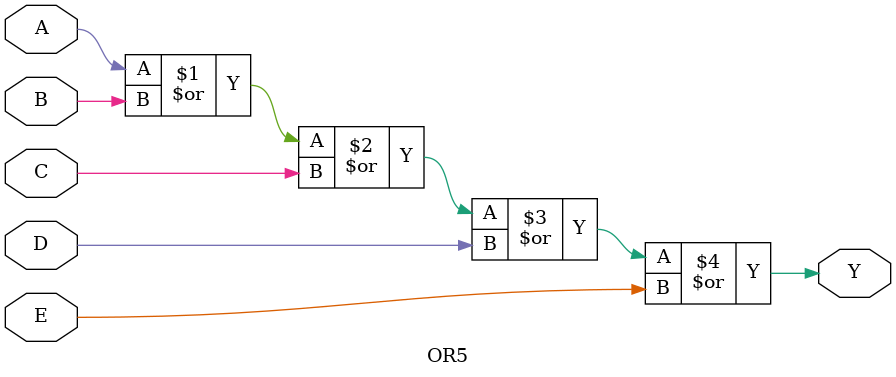
<source format=v>
module OR5(input A, input B, input C, input D, input E, output Y);
    assign Y = A | B | C | D | E;
endmodule

</source>
